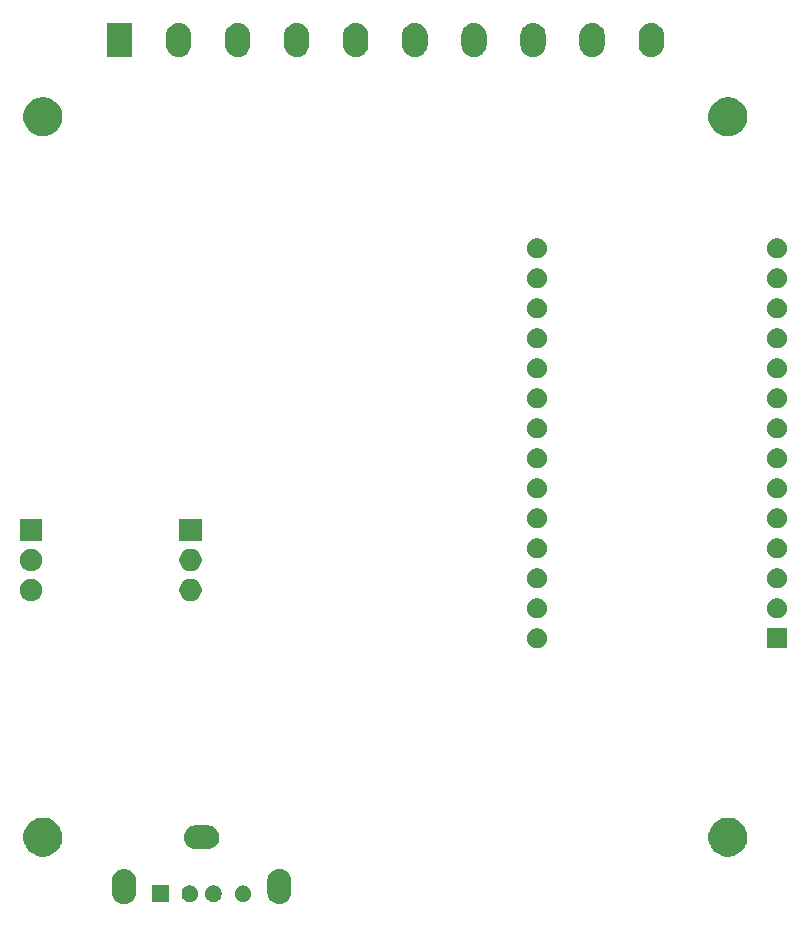
<source format=gbr>
G04 #@! TF.GenerationSoftware,KiCad,Pcbnew,(5.0.1)-4*
G04 #@! TF.CreationDate,2020-08-30T22:44:21+08:00*
G04 #@! TF.ProjectId,remote-monitor,72656D6F74652D6D6F6E69746F722E6B,rev?*
G04 #@! TF.SameCoordinates,Original*
G04 #@! TF.FileFunction,Soldermask,Bot*
G04 #@! TF.FilePolarity,Negative*
%FSLAX46Y46*%
G04 Gerber Fmt 4.6, Leading zero omitted, Abs format (unit mm)*
G04 Created by KiCad (PCBNEW (5.0.1)-4) date 30/08/2020 10:44:21 PM*
%MOMM*%
%LPD*%
G01*
G04 APERTURE LIST*
%ADD10C,0.100000*%
G04 APERTURE END LIST*
D10*
G36*
X113070232Y-120691483D02*
X113258919Y-120748721D01*
X113432817Y-120841671D01*
X113585239Y-120966761D01*
X113710329Y-121119183D01*
X113803279Y-121293081D01*
X113860517Y-121481768D01*
X113875000Y-121628824D01*
X113875000Y-122727176D01*
X113860517Y-122874232D01*
X113803279Y-123062919D01*
X113710329Y-123236817D01*
X113585239Y-123389239D01*
X113432817Y-123514329D01*
X113258918Y-123607279D01*
X113070231Y-123664517D01*
X112874000Y-123683843D01*
X112677768Y-123664517D01*
X112489081Y-123607279D01*
X112315183Y-123514329D01*
X112162761Y-123389239D01*
X112037671Y-123236817D01*
X111944721Y-123062918D01*
X111887483Y-122874231D01*
X111873000Y-122727175D01*
X111873000Y-121628824D01*
X111887483Y-121481768D01*
X111944722Y-121293081D01*
X112037672Y-121119183D01*
X112162762Y-120966761D01*
X112315184Y-120841671D01*
X112489082Y-120748721D01*
X112677769Y-120691483D01*
X112874000Y-120672157D01*
X113070232Y-120691483D01*
X113070232Y-120691483D01*
G37*
G36*
X126210231Y-120691483D02*
X126398918Y-120748721D01*
X126572817Y-120841671D01*
X126725239Y-120966761D01*
X126850329Y-121119183D01*
X126943279Y-121293081D01*
X127000517Y-121481768D01*
X127015000Y-121628824D01*
X127015000Y-122727176D01*
X127000517Y-122874232D01*
X126943279Y-123062919D01*
X126850329Y-123236817D01*
X126725239Y-123389239D01*
X126572817Y-123514329D01*
X126398919Y-123607279D01*
X126210232Y-123664517D01*
X126014000Y-123683843D01*
X125817769Y-123664517D01*
X125629082Y-123607279D01*
X125455184Y-123514329D01*
X125302762Y-123389239D01*
X125177672Y-123236817D01*
X125084722Y-123062919D01*
X125027483Y-122874232D01*
X125013000Y-122727176D01*
X125013000Y-121628825D01*
X125027483Y-121481769D01*
X125084721Y-121293082D01*
X125177671Y-121119183D01*
X125302761Y-120966761D01*
X125455183Y-120841671D01*
X125629081Y-120748721D01*
X125817768Y-120691483D01*
X126014000Y-120672157D01*
X126210231Y-120691483D01*
X126210231Y-120691483D01*
G37*
G36*
X120648472Y-122103938D02*
X120776049Y-122156782D01*
X120890865Y-122233500D01*
X120988500Y-122331135D01*
X121065218Y-122445951D01*
X121118062Y-122573528D01*
X121145000Y-122708956D01*
X121145000Y-122847044D01*
X121118062Y-122982472D01*
X121065218Y-123110049D01*
X120988500Y-123224865D01*
X120890865Y-123322500D01*
X120776049Y-123399218D01*
X120648472Y-123452062D01*
X120513044Y-123479000D01*
X120374956Y-123479000D01*
X120239528Y-123452062D01*
X120111951Y-123399218D01*
X119997135Y-123322500D01*
X119899500Y-123224865D01*
X119822782Y-123110049D01*
X119769938Y-122982472D01*
X119743000Y-122847044D01*
X119743000Y-122708956D01*
X119769938Y-122573528D01*
X119822782Y-122445951D01*
X119899500Y-122331135D01*
X119997135Y-122233500D01*
X120111951Y-122156782D01*
X120239528Y-122103938D01*
X120374956Y-122077000D01*
X120513044Y-122077000D01*
X120648472Y-122103938D01*
X120648472Y-122103938D01*
G37*
G36*
X118648472Y-122103938D02*
X118776049Y-122156782D01*
X118890865Y-122233500D01*
X118988500Y-122331135D01*
X119065218Y-122445951D01*
X119118062Y-122573528D01*
X119145000Y-122708956D01*
X119145000Y-122847044D01*
X119118062Y-122982472D01*
X119065218Y-123110049D01*
X118988500Y-123224865D01*
X118890865Y-123322500D01*
X118776049Y-123399218D01*
X118648472Y-123452062D01*
X118513044Y-123479000D01*
X118374956Y-123479000D01*
X118239528Y-123452062D01*
X118111951Y-123399218D01*
X117997135Y-123322500D01*
X117899500Y-123224865D01*
X117822782Y-123110049D01*
X117769938Y-122982472D01*
X117743000Y-122847044D01*
X117743000Y-122708956D01*
X117769938Y-122573528D01*
X117822782Y-122445951D01*
X117899500Y-122331135D01*
X117997135Y-122233500D01*
X118111951Y-122156782D01*
X118239528Y-122103938D01*
X118374956Y-122077000D01*
X118513044Y-122077000D01*
X118648472Y-122103938D01*
X118648472Y-122103938D01*
G37*
G36*
X116645000Y-123479000D02*
X115243000Y-123479000D01*
X115243000Y-122077000D01*
X116645000Y-122077000D01*
X116645000Y-123479000D01*
X116645000Y-123479000D01*
G37*
G36*
X123148472Y-122103938D02*
X123276049Y-122156782D01*
X123390865Y-122233500D01*
X123488500Y-122331135D01*
X123565218Y-122445951D01*
X123618062Y-122573528D01*
X123645000Y-122708956D01*
X123645000Y-122847044D01*
X123618062Y-122982472D01*
X123565218Y-123110049D01*
X123488500Y-123224865D01*
X123390865Y-123322500D01*
X123276049Y-123399218D01*
X123148472Y-123452062D01*
X123013044Y-123479000D01*
X122874956Y-123479000D01*
X122739528Y-123452062D01*
X122611951Y-123399218D01*
X122497135Y-123322500D01*
X122399500Y-123224865D01*
X122322782Y-123110049D01*
X122269938Y-122982472D01*
X122243000Y-122847044D01*
X122243000Y-122708956D01*
X122269938Y-122573528D01*
X122322782Y-122445951D01*
X122399500Y-122331135D01*
X122497135Y-122233500D01*
X122611951Y-122156782D01*
X122739528Y-122103938D01*
X122874956Y-122077000D01*
X123013044Y-122077000D01*
X123148472Y-122103938D01*
X123148472Y-122103938D01*
G37*
G36*
X164375256Y-116391298D02*
X164481579Y-116412447D01*
X164782042Y-116536903D01*
X165048852Y-116715180D01*
X165052454Y-116717587D01*
X165282413Y-116947546D01*
X165282415Y-116947549D01*
X165463097Y-117217958D01*
X165554732Y-117439183D01*
X165587553Y-117518422D01*
X165651000Y-117837389D01*
X165651000Y-118162611D01*
X165644710Y-118194232D01*
X165587553Y-118481579D01*
X165463097Y-118782042D01*
X165428160Y-118834329D01*
X165282413Y-119052454D01*
X165052454Y-119282413D01*
X165052451Y-119282415D01*
X164782042Y-119463097D01*
X164481579Y-119587553D01*
X164375256Y-119608702D01*
X164162611Y-119651000D01*
X163837389Y-119651000D01*
X163624744Y-119608702D01*
X163518421Y-119587553D01*
X163217958Y-119463097D01*
X162947549Y-119282415D01*
X162947546Y-119282413D01*
X162717587Y-119052454D01*
X162571840Y-118834329D01*
X162536903Y-118782042D01*
X162412447Y-118481579D01*
X162355290Y-118194232D01*
X162349000Y-118162611D01*
X162349000Y-117837389D01*
X162412447Y-117518422D01*
X162445269Y-117439183D01*
X162536903Y-117217958D01*
X162717585Y-116947549D01*
X162717587Y-116947546D01*
X162947546Y-116717587D01*
X162951148Y-116715180D01*
X163217958Y-116536903D01*
X163518421Y-116412447D01*
X163624744Y-116391298D01*
X163837389Y-116349000D01*
X164162611Y-116349000D01*
X164375256Y-116391298D01*
X164375256Y-116391298D01*
G37*
G36*
X106375256Y-116391298D02*
X106481579Y-116412447D01*
X106782042Y-116536903D01*
X107048852Y-116715180D01*
X107052454Y-116717587D01*
X107282413Y-116947546D01*
X107282415Y-116947549D01*
X107463097Y-117217958D01*
X107554732Y-117439183D01*
X107587553Y-117518422D01*
X107651000Y-117837389D01*
X107651000Y-118162611D01*
X107644710Y-118194232D01*
X107587553Y-118481579D01*
X107463097Y-118782042D01*
X107428160Y-118834329D01*
X107282413Y-119052454D01*
X107052454Y-119282413D01*
X107052451Y-119282415D01*
X106782042Y-119463097D01*
X106481579Y-119587553D01*
X106375256Y-119608702D01*
X106162611Y-119651000D01*
X105837389Y-119651000D01*
X105624744Y-119608702D01*
X105518421Y-119587553D01*
X105217958Y-119463097D01*
X104947549Y-119282415D01*
X104947546Y-119282413D01*
X104717587Y-119052454D01*
X104571840Y-118834329D01*
X104536903Y-118782042D01*
X104412447Y-118481579D01*
X104355290Y-118194232D01*
X104349000Y-118162611D01*
X104349000Y-117837389D01*
X104412447Y-117518422D01*
X104445269Y-117439183D01*
X104536903Y-117217958D01*
X104717585Y-116947549D01*
X104717587Y-116947546D01*
X104947546Y-116717587D01*
X104951148Y-116715180D01*
X105217958Y-116536903D01*
X105518421Y-116412447D01*
X105624744Y-116391298D01*
X105837389Y-116349000D01*
X106162611Y-116349000D01*
X106375256Y-116391298D01*
X106375256Y-116391298D01*
G37*
G36*
X120140232Y-117011483D02*
X120328919Y-117068721D01*
X120502817Y-117161671D01*
X120655239Y-117286761D01*
X120780329Y-117439183D01*
X120873279Y-117613081D01*
X120930517Y-117801768D01*
X120949843Y-117998000D01*
X120930517Y-118194232D01*
X120873279Y-118382919D01*
X120780329Y-118556817D01*
X120655239Y-118709239D01*
X120502817Y-118834329D01*
X120328919Y-118927279D01*
X120140232Y-118984517D01*
X119993176Y-118999000D01*
X118894824Y-118999000D01*
X118747768Y-118984517D01*
X118559081Y-118927279D01*
X118385183Y-118834329D01*
X118232761Y-118709239D01*
X118107671Y-118556817D01*
X118014721Y-118382919D01*
X117957483Y-118194232D01*
X117938157Y-117998000D01*
X117957483Y-117801768D01*
X118014721Y-117613081D01*
X118107671Y-117439183D01*
X118232761Y-117286761D01*
X118385183Y-117161671D01*
X118559081Y-117068721D01*
X118747768Y-117011483D01*
X118894824Y-116997000D01*
X119993176Y-116997000D01*
X120140232Y-117011483D01*
X120140232Y-117011483D01*
G37*
G36*
X148088228Y-100341703D02*
X148243100Y-100405853D01*
X148382481Y-100498985D01*
X148501015Y-100617519D01*
X148594147Y-100756900D01*
X148658297Y-100911772D01*
X148691000Y-101076184D01*
X148691000Y-101243816D01*
X148658297Y-101408228D01*
X148594147Y-101563100D01*
X148501015Y-101702481D01*
X148382481Y-101821015D01*
X148243100Y-101914147D01*
X148088228Y-101978297D01*
X147923816Y-102011000D01*
X147756184Y-102011000D01*
X147591772Y-101978297D01*
X147436900Y-101914147D01*
X147297519Y-101821015D01*
X147178985Y-101702481D01*
X147085853Y-101563100D01*
X147021703Y-101408228D01*
X146989000Y-101243816D01*
X146989000Y-101076184D01*
X147021703Y-100911772D01*
X147085853Y-100756900D01*
X147178985Y-100617519D01*
X147297519Y-100498985D01*
X147436900Y-100405853D01*
X147591772Y-100341703D01*
X147756184Y-100309000D01*
X147923816Y-100309000D01*
X148088228Y-100341703D01*
X148088228Y-100341703D01*
G37*
G36*
X169011000Y-102011000D02*
X167309000Y-102011000D01*
X167309000Y-100309000D01*
X169011000Y-100309000D01*
X169011000Y-102011000D01*
X169011000Y-102011000D01*
G37*
G36*
X148088228Y-97801703D02*
X148243100Y-97865853D01*
X148382481Y-97958985D01*
X148501015Y-98077519D01*
X148594147Y-98216900D01*
X148658297Y-98371772D01*
X148691000Y-98536184D01*
X148691000Y-98703816D01*
X148658297Y-98868228D01*
X148594147Y-99023100D01*
X148501015Y-99162481D01*
X148382481Y-99281015D01*
X148243100Y-99374147D01*
X148088228Y-99438297D01*
X147923816Y-99471000D01*
X147756184Y-99471000D01*
X147591772Y-99438297D01*
X147436900Y-99374147D01*
X147297519Y-99281015D01*
X147178985Y-99162481D01*
X147085853Y-99023100D01*
X147021703Y-98868228D01*
X146989000Y-98703816D01*
X146989000Y-98536184D01*
X147021703Y-98371772D01*
X147085853Y-98216900D01*
X147178985Y-98077519D01*
X147297519Y-97958985D01*
X147436900Y-97865853D01*
X147591772Y-97801703D01*
X147756184Y-97769000D01*
X147923816Y-97769000D01*
X148088228Y-97801703D01*
X148088228Y-97801703D01*
G37*
G36*
X168408228Y-97801703D02*
X168563100Y-97865853D01*
X168702481Y-97958985D01*
X168821015Y-98077519D01*
X168914147Y-98216900D01*
X168978297Y-98371772D01*
X169011000Y-98536184D01*
X169011000Y-98703816D01*
X168978297Y-98868228D01*
X168914147Y-99023100D01*
X168821015Y-99162481D01*
X168702481Y-99281015D01*
X168563100Y-99374147D01*
X168408228Y-99438297D01*
X168243816Y-99471000D01*
X168076184Y-99471000D01*
X167911772Y-99438297D01*
X167756900Y-99374147D01*
X167617519Y-99281015D01*
X167498985Y-99162481D01*
X167405853Y-99023100D01*
X167341703Y-98868228D01*
X167309000Y-98703816D01*
X167309000Y-98536184D01*
X167341703Y-98371772D01*
X167405853Y-98216900D01*
X167498985Y-98077519D01*
X167617519Y-97958985D01*
X167756900Y-97865853D01*
X167911772Y-97801703D01*
X168076184Y-97769000D01*
X168243816Y-97769000D01*
X168408228Y-97801703D01*
X168408228Y-97801703D01*
G37*
G36*
X105277396Y-96165546D02*
X105450466Y-96237234D01*
X105606230Y-96341312D01*
X105738688Y-96473770D01*
X105842766Y-96629534D01*
X105914454Y-96802604D01*
X105951000Y-96986333D01*
X105951000Y-97173667D01*
X105914454Y-97357396D01*
X105842766Y-97530466D01*
X105738688Y-97686230D01*
X105606230Y-97818688D01*
X105450466Y-97922766D01*
X105277396Y-97994454D01*
X105093667Y-98031000D01*
X104906333Y-98031000D01*
X104722604Y-97994454D01*
X104549534Y-97922766D01*
X104393770Y-97818688D01*
X104261312Y-97686230D01*
X104157234Y-97530466D01*
X104085546Y-97357396D01*
X104049000Y-97173667D01*
X104049000Y-96986333D01*
X104085546Y-96802604D01*
X104157234Y-96629534D01*
X104261312Y-96473770D01*
X104393770Y-96341312D01*
X104549534Y-96237234D01*
X104722604Y-96165546D01*
X104906333Y-96129000D01*
X105093667Y-96129000D01*
X105277396Y-96165546D01*
X105277396Y-96165546D01*
G37*
G36*
X118777396Y-96165546D02*
X118950466Y-96237234D01*
X119106230Y-96341312D01*
X119238688Y-96473770D01*
X119342766Y-96629534D01*
X119414454Y-96802604D01*
X119451000Y-96986333D01*
X119451000Y-97173667D01*
X119414454Y-97357396D01*
X119342766Y-97530466D01*
X119238688Y-97686230D01*
X119106230Y-97818688D01*
X118950466Y-97922766D01*
X118777396Y-97994454D01*
X118593667Y-98031000D01*
X118406333Y-98031000D01*
X118222604Y-97994454D01*
X118049534Y-97922766D01*
X117893770Y-97818688D01*
X117761312Y-97686230D01*
X117657234Y-97530466D01*
X117585546Y-97357396D01*
X117549000Y-97173667D01*
X117549000Y-96986333D01*
X117585546Y-96802604D01*
X117657234Y-96629534D01*
X117761312Y-96473770D01*
X117893770Y-96341312D01*
X118049534Y-96237234D01*
X118222604Y-96165546D01*
X118406333Y-96129000D01*
X118593667Y-96129000D01*
X118777396Y-96165546D01*
X118777396Y-96165546D01*
G37*
G36*
X168408228Y-95261703D02*
X168563100Y-95325853D01*
X168702481Y-95418985D01*
X168821015Y-95537519D01*
X168914147Y-95676900D01*
X168978297Y-95831772D01*
X169011000Y-95996184D01*
X169011000Y-96163816D01*
X168978297Y-96328228D01*
X168914147Y-96483100D01*
X168821015Y-96622481D01*
X168702481Y-96741015D01*
X168563100Y-96834147D01*
X168408228Y-96898297D01*
X168243816Y-96931000D01*
X168076184Y-96931000D01*
X167911772Y-96898297D01*
X167756900Y-96834147D01*
X167617519Y-96741015D01*
X167498985Y-96622481D01*
X167405853Y-96483100D01*
X167341703Y-96328228D01*
X167309000Y-96163816D01*
X167309000Y-95996184D01*
X167341703Y-95831772D01*
X167405853Y-95676900D01*
X167498985Y-95537519D01*
X167617519Y-95418985D01*
X167756900Y-95325853D01*
X167911772Y-95261703D01*
X168076184Y-95229000D01*
X168243816Y-95229000D01*
X168408228Y-95261703D01*
X168408228Y-95261703D01*
G37*
G36*
X148088228Y-95261703D02*
X148243100Y-95325853D01*
X148382481Y-95418985D01*
X148501015Y-95537519D01*
X148594147Y-95676900D01*
X148658297Y-95831772D01*
X148691000Y-95996184D01*
X148691000Y-96163816D01*
X148658297Y-96328228D01*
X148594147Y-96483100D01*
X148501015Y-96622481D01*
X148382481Y-96741015D01*
X148243100Y-96834147D01*
X148088228Y-96898297D01*
X147923816Y-96931000D01*
X147756184Y-96931000D01*
X147591772Y-96898297D01*
X147436900Y-96834147D01*
X147297519Y-96741015D01*
X147178985Y-96622481D01*
X147085853Y-96483100D01*
X147021703Y-96328228D01*
X146989000Y-96163816D01*
X146989000Y-95996184D01*
X147021703Y-95831772D01*
X147085853Y-95676900D01*
X147178985Y-95537519D01*
X147297519Y-95418985D01*
X147436900Y-95325853D01*
X147591772Y-95261703D01*
X147756184Y-95229000D01*
X147923816Y-95229000D01*
X148088228Y-95261703D01*
X148088228Y-95261703D01*
G37*
G36*
X118777396Y-93625546D02*
X118950466Y-93697234D01*
X119106230Y-93801312D01*
X119238688Y-93933770D01*
X119342766Y-94089534D01*
X119414454Y-94262604D01*
X119451000Y-94446333D01*
X119451000Y-94633667D01*
X119414454Y-94817396D01*
X119342766Y-94990466D01*
X119238688Y-95146230D01*
X119106230Y-95278688D01*
X118950466Y-95382766D01*
X118777396Y-95454454D01*
X118593667Y-95491000D01*
X118406333Y-95491000D01*
X118222604Y-95454454D01*
X118049534Y-95382766D01*
X117893770Y-95278688D01*
X117761312Y-95146230D01*
X117657234Y-94990466D01*
X117585546Y-94817396D01*
X117549000Y-94633667D01*
X117549000Y-94446333D01*
X117585546Y-94262604D01*
X117657234Y-94089534D01*
X117761312Y-93933770D01*
X117893770Y-93801312D01*
X118049534Y-93697234D01*
X118222604Y-93625546D01*
X118406333Y-93589000D01*
X118593667Y-93589000D01*
X118777396Y-93625546D01*
X118777396Y-93625546D01*
G37*
G36*
X105277396Y-93625546D02*
X105450466Y-93697234D01*
X105606230Y-93801312D01*
X105738688Y-93933770D01*
X105842766Y-94089534D01*
X105914454Y-94262604D01*
X105951000Y-94446333D01*
X105951000Y-94633667D01*
X105914454Y-94817396D01*
X105842766Y-94990466D01*
X105738688Y-95146230D01*
X105606230Y-95278688D01*
X105450466Y-95382766D01*
X105277396Y-95454454D01*
X105093667Y-95491000D01*
X104906333Y-95491000D01*
X104722604Y-95454454D01*
X104549534Y-95382766D01*
X104393770Y-95278688D01*
X104261312Y-95146230D01*
X104157234Y-94990466D01*
X104085546Y-94817396D01*
X104049000Y-94633667D01*
X104049000Y-94446333D01*
X104085546Y-94262604D01*
X104157234Y-94089534D01*
X104261312Y-93933770D01*
X104393770Y-93801312D01*
X104549534Y-93697234D01*
X104722604Y-93625546D01*
X104906333Y-93589000D01*
X105093667Y-93589000D01*
X105277396Y-93625546D01*
X105277396Y-93625546D01*
G37*
G36*
X168408228Y-92721703D02*
X168563100Y-92785853D01*
X168702481Y-92878985D01*
X168821015Y-92997519D01*
X168914147Y-93136900D01*
X168978297Y-93291772D01*
X169011000Y-93456184D01*
X169011000Y-93623816D01*
X168978297Y-93788228D01*
X168914147Y-93943100D01*
X168821015Y-94082481D01*
X168702481Y-94201015D01*
X168563100Y-94294147D01*
X168408228Y-94358297D01*
X168243816Y-94391000D01*
X168076184Y-94391000D01*
X167911772Y-94358297D01*
X167756900Y-94294147D01*
X167617519Y-94201015D01*
X167498985Y-94082481D01*
X167405853Y-93943100D01*
X167341703Y-93788228D01*
X167309000Y-93623816D01*
X167309000Y-93456184D01*
X167341703Y-93291772D01*
X167405853Y-93136900D01*
X167498985Y-92997519D01*
X167617519Y-92878985D01*
X167756900Y-92785853D01*
X167911772Y-92721703D01*
X168076184Y-92689000D01*
X168243816Y-92689000D01*
X168408228Y-92721703D01*
X168408228Y-92721703D01*
G37*
G36*
X148088228Y-92721703D02*
X148243100Y-92785853D01*
X148382481Y-92878985D01*
X148501015Y-92997519D01*
X148594147Y-93136900D01*
X148658297Y-93291772D01*
X148691000Y-93456184D01*
X148691000Y-93623816D01*
X148658297Y-93788228D01*
X148594147Y-93943100D01*
X148501015Y-94082481D01*
X148382481Y-94201015D01*
X148243100Y-94294147D01*
X148088228Y-94358297D01*
X147923816Y-94391000D01*
X147756184Y-94391000D01*
X147591772Y-94358297D01*
X147436900Y-94294147D01*
X147297519Y-94201015D01*
X147178985Y-94082481D01*
X147085853Y-93943100D01*
X147021703Y-93788228D01*
X146989000Y-93623816D01*
X146989000Y-93456184D01*
X147021703Y-93291772D01*
X147085853Y-93136900D01*
X147178985Y-92997519D01*
X147297519Y-92878985D01*
X147436900Y-92785853D01*
X147591772Y-92721703D01*
X147756184Y-92689000D01*
X147923816Y-92689000D01*
X148088228Y-92721703D01*
X148088228Y-92721703D01*
G37*
G36*
X119451000Y-92951000D02*
X117549000Y-92951000D01*
X117549000Y-91049000D01*
X119451000Y-91049000D01*
X119451000Y-92951000D01*
X119451000Y-92951000D01*
G37*
G36*
X105951000Y-92951000D02*
X104049000Y-92951000D01*
X104049000Y-91049000D01*
X105951000Y-91049000D01*
X105951000Y-92951000D01*
X105951000Y-92951000D01*
G37*
G36*
X148088228Y-90181703D02*
X148243100Y-90245853D01*
X148382481Y-90338985D01*
X148501015Y-90457519D01*
X148594147Y-90596900D01*
X148658297Y-90751772D01*
X148691000Y-90916184D01*
X148691000Y-91083816D01*
X148658297Y-91248228D01*
X148594147Y-91403100D01*
X148501015Y-91542481D01*
X148382481Y-91661015D01*
X148243100Y-91754147D01*
X148088228Y-91818297D01*
X147923816Y-91851000D01*
X147756184Y-91851000D01*
X147591772Y-91818297D01*
X147436900Y-91754147D01*
X147297519Y-91661015D01*
X147178985Y-91542481D01*
X147085853Y-91403100D01*
X147021703Y-91248228D01*
X146989000Y-91083816D01*
X146989000Y-90916184D01*
X147021703Y-90751772D01*
X147085853Y-90596900D01*
X147178985Y-90457519D01*
X147297519Y-90338985D01*
X147436900Y-90245853D01*
X147591772Y-90181703D01*
X147756184Y-90149000D01*
X147923816Y-90149000D01*
X148088228Y-90181703D01*
X148088228Y-90181703D01*
G37*
G36*
X168408228Y-90181703D02*
X168563100Y-90245853D01*
X168702481Y-90338985D01*
X168821015Y-90457519D01*
X168914147Y-90596900D01*
X168978297Y-90751772D01*
X169011000Y-90916184D01*
X169011000Y-91083816D01*
X168978297Y-91248228D01*
X168914147Y-91403100D01*
X168821015Y-91542481D01*
X168702481Y-91661015D01*
X168563100Y-91754147D01*
X168408228Y-91818297D01*
X168243816Y-91851000D01*
X168076184Y-91851000D01*
X167911772Y-91818297D01*
X167756900Y-91754147D01*
X167617519Y-91661015D01*
X167498985Y-91542481D01*
X167405853Y-91403100D01*
X167341703Y-91248228D01*
X167309000Y-91083816D01*
X167309000Y-90916184D01*
X167341703Y-90751772D01*
X167405853Y-90596900D01*
X167498985Y-90457519D01*
X167617519Y-90338985D01*
X167756900Y-90245853D01*
X167911772Y-90181703D01*
X168076184Y-90149000D01*
X168243816Y-90149000D01*
X168408228Y-90181703D01*
X168408228Y-90181703D01*
G37*
G36*
X148088228Y-87641703D02*
X148243100Y-87705853D01*
X148382481Y-87798985D01*
X148501015Y-87917519D01*
X148594147Y-88056900D01*
X148658297Y-88211772D01*
X148691000Y-88376184D01*
X148691000Y-88543816D01*
X148658297Y-88708228D01*
X148594147Y-88863100D01*
X148501015Y-89002481D01*
X148382481Y-89121015D01*
X148243100Y-89214147D01*
X148088228Y-89278297D01*
X147923816Y-89311000D01*
X147756184Y-89311000D01*
X147591772Y-89278297D01*
X147436900Y-89214147D01*
X147297519Y-89121015D01*
X147178985Y-89002481D01*
X147085853Y-88863100D01*
X147021703Y-88708228D01*
X146989000Y-88543816D01*
X146989000Y-88376184D01*
X147021703Y-88211772D01*
X147085853Y-88056900D01*
X147178985Y-87917519D01*
X147297519Y-87798985D01*
X147436900Y-87705853D01*
X147591772Y-87641703D01*
X147756184Y-87609000D01*
X147923816Y-87609000D01*
X148088228Y-87641703D01*
X148088228Y-87641703D01*
G37*
G36*
X168408228Y-87641703D02*
X168563100Y-87705853D01*
X168702481Y-87798985D01*
X168821015Y-87917519D01*
X168914147Y-88056900D01*
X168978297Y-88211772D01*
X169011000Y-88376184D01*
X169011000Y-88543816D01*
X168978297Y-88708228D01*
X168914147Y-88863100D01*
X168821015Y-89002481D01*
X168702481Y-89121015D01*
X168563100Y-89214147D01*
X168408228Y-89278297D01*
X168243816Y-89311000D01*
X168076184Y-89311000D01*
X167911772Y-89278297D01*
X167756900Y-89214147D01*
X167617519Y-89121015D01*
X167498985Y-89002481D01*
X167405853Y-88863100D01*
X167341703Y-88708228D01*
X167309000Y-88543816D01*
X167309000Y-88376184D01*
X167341703Y-88211772D01*
X167405853Y-88056900D01*
X167498985Y-87917519D01*
X167617519Y-87798985D01*
X167756900Y-87705853D01*
X167911772Y-87641703D01*
X168076184Y-87609000D01*
X168243816Y-87609000D01*
X168408228Y-87641703D01*
X168408228Y-87641703D01*
G37*
G36*
X148088228Y-85101703D02*
X148243100Y-85165853D01*
X148382481Y-85258985D01*
X148501015Y-85377519D01*
X148594147Y-85516900D01*
X148658297Y-85671772D01*
X148691000Y-85836184D01*
X148691000Y-86003816D01*
X148658297Y-86168228D01*
X148594147Y-86323100D01*
X148501015Y-86462481D01*
X148382481Y-86581015D01*
X148243100Y-86674147D01*
X148088228Y-86738297D01*
X147923816Y-86771000D01*
X147756184Y-86771000D01*
X147591772Y-86738297D01*
X147436900Y-86674147D01*
X147297519Y-86581015D01*
X147178985Y-86462481D01*
X147085853Y-86323100D01*
X147021703Y-86168228D01*
X146989000Y-86003816D01*
X146989000Y-85836184D01*
X147021703Y-85671772D01*
X147085853Y-85516900D01*
X147178985Y-85377519D01*
X147297519Y-85258985D01*
X147436900Y-85165853D01*
X147591772Y-85101703D01*
X147756184Y-85069000D01*
X147923816Y-85069000D01*
X148088228Y-85101703D01*
X148088228Y-85101703D01*
G37*
G36*
X168408228Y-85101703D02*
X168563100Y-85165853D01*
X168702481Y-85258985D01*
X168821015Y-85377519D01*
X168914147Y-85516900D01*
X168978297Y-85671772D01*
X169011000Y-85836184D01*
X169011000Y-86003816D01*
X168978297Y-86168228D01*
X168914147Y-86323100D01*
X168821015Y-86462481D01*
X168702481Y-86581015D01*
X168563100Y-86674147D01*
X168408228Y-86738297D01*
X168243816Y-86771000D01*
X168076184Y-86771000D01*
X167911772Y-86738297D01*
X167756900Y-86674147D01*
X167617519Y-86581015D01*
X167498985Y-86462481D01*
X167405853Y-86323100D01*
X167341703Y-86168228D01*
X167309000Y-86003816D01*
X167309000Y-85836184D01*
X167341703Y-85671772D01*
X167405853Y-85516900D01*
X167498985Y-85377519D01*
X167617519Y-85258985D01*
X167756900Y-85165853D01*
X167911772Y-85101703D01*
X168076184Y-85069000D01*
X168243816Y-85069000D01*
X168408228Y-85101703D01*
X168408228Y-85101703D01*
G37*
G36*
X168408228Y-82561703D02*
X168563100Y-82625853D01*
X168702481Y-82718985D01*
X168821015Y-82837519D01*
X168914147Y-82976900D01*
X168978297Y-83131772D01*
X169011000Y-83296184D01*
X169011000Y-83463816D01*
X168978297Y-83628228D01*
X168914147Y-83783100D01*
X168821015Y-83922481D01*
X168702481Y-84041015D01*
X168563100Y-84134147D01*
X168408228Y-84198297D01*
X168243816Y-84231000D01*
X168076184Y-84231000D01*
X167911772Y-84198297D01*
X167756900Y-84134147D01*
X167617519Y-84041015D01*
X167498985Y-83922481D01*
X167405853Y-83783100D01*
X167341703Y-83628228D01*
X167309000Y-83463816D01*
X167309000Y-83296184D01*
X167341703Y-83131772D01*
X167405853Y-82976900D01*
X167498985Y-82837519D01*
X167617519Y-82718985D01*
X167756900Y-82625853D01*
X167911772Y-82561703D01*
X168076184Y-82529000D01*
X168243816Y-82529000D01*
X168408228Y-82561703D01*
X168408228Y-82561703D01*
G37*
G36*
X148088228Y-82561703D02*
X148243100Y-82625853D01*
X148382481Y-82718985D01*
X148501015Y-82837519D01*
X148594147Y-82976900D01*
X148658297Y-83131772D01*
X148691000Y-83296184D01*
X148691000Y-83463816D01*
X148658297Y-83628228D01*
X148594147Y-83783100D01*
X148501015Y-83922481D01*
X148382481Y-84041015D01*
X148243100Y-84134147D01*
X148088228Y-84198297D01*
X147923816Y-84231000D01*
X147756184Y-84231000D01*
X147591772Y-84198297D01*
X147436900Y-84134147D01*
X147297519Y-84041015D01*
X147178985Y-83922481D01*
X147085853Y-83783100D01*
X147021703Y-83628228D01*
X146989000Y-83463816D01*
X146989000Y-83296184D01*
X147021703Y-83131772D01*
X147085853Y-82976900D01*
X147178985Y-82837519D01*
X147297519Y-82718985D01*
X147436900Y-82625853D01*
X147591772Y-82561703D01*
X147756184Y-82529000D01*
X147923816Y-82529000D01*
X148088228Y-82561703D01*
X148088228Y-82561703D01*
G37*
G36*
X168408228Y-80021703D02*
X168563100Y-80085853D01*
X168702481Y-80178985D01*
X168821015Y-80297519D01*
X168914147Y-80436900D01*
X168978297Y-80591772D01*
X169011000Y-80756184D01*
X169011000Y-80923816D01*
X168978297Y-81088228D01*
X168914147Y-81243100D01*
X168821015Y-81382481D01*
X168702481Y-81501015D01*
X168563100Y-81594147D01*
X168408228Y-81658297D01*
X168243816Y-81691000D01*
X168076184Y-81691000D01*
X167911772Y-81658297D01*
X167756900Y-81594147D01*
X167617519Y-81501015D01*
X167498985Y-81382481D01*
X167405853Y-81243100D01*
X167341703Y-81088228D01*
X167309000Y-80923816D01*
X167309000Y-80756184D01*
X167341703Y-80591772D01*
X167405853Y-80436900D01*
X167498985Y-80297519D01*
X167617519Y-80178985D01*
X167756900Y-80085853D01*
X167911772Y-80021703D01*
X168076184Y-79989000D01*
X168243816Y-79989000D01*
X168408228Y-80021703D01*
X168408228Y-80021703D01*
G37*
G36*
X148088228Y-80021703D02*
X148243100Y-80085853D01*
X148382481Y-80178985D01*
X148501015Y-80297519D01*
X148594147Y-80436900D01*
X148658297Y-80591772D01*
X148691000Y-80756184D01*
X148691000Y-80923816D01*
X148658297Y-81088228D01*
X148594147Y-81243100D01*
X148501015Y-81382481D01*
X148382481Y-81501015D01*
X148243100Y-81594147D01*
X148088228Y-81658297D01*
X147923816Y-81691000D01*
X147756184Y-81691000D01*
X147591772Y-81658297D01*
X147436900Y-81594147D01*
X147297519Y-81501015D01*
X147178985Y-81382481D01*
X147085853Y-81243100D01*
X147021703Y-81088228D01*
X146989000Y-80923816D01*
X146989000Y-80756184D01*
X147021703Y-80591772D01*
X147085853Y-80436900D01*
X147178985Y-80297519D01*
X147297519Y-80178985D01*
X147436900Y-80085853D01*
X147591772Y-80021703D01*
X147756184Y-79989000D01*
X147923816Y-79989000D01*
X148088228Y-80021703D01*
X148088228Y-80021703D01*
G37*
G36*
X168408228Y-77481703D02*
X168563100Y-77545853D01*
X168702481Y-77638985D01*
X168821015Y-77757519D01*
X168914147Y-77896900D01*
X168978297Y-78051772D01*
X169011000Y-78216184D01*
X169011000Y-78383816D01*
X168978297Y-78548228D01*
X168914147Y-78703100D01*
X168821015Y-78842481D01*
X168702481Y-78961015D01*
X168563100Y-79054147D01*
X168408228Y-79118297D01*
X168243816Y-79151000D01*
X168076184Y-79151000D01*
X167911772Y-79118297D01*
X167756900Y-79054147D01*
X167617519Y-78961015D01*
X167498985Y-78842481D01*
X167405853Y-78703100D01*
X167341703Y-78548228D01*
X167309000Y-78383816D01*
X167309000Y-78216184D01*
X167341703Y-78051772D01*
X167405853Y-77896900D01*
X167498985Y-77757519D01*
X167617519Y-77638985D01*
X167756900Y-77545853D01*
X167911772Y-77481703D01*
X168076184Y-77449000D01*
X168243816Y-77449000D01*
X168408228Y-77481703D01*
X168408228Y-77481703D01*
G37*
G36*
X148088228Y-77481703D02*
X148243100Y-77545853D01*
X148382481Y-77638985D01*
X148501015Y-77757519D01*
X148594147Y-77896900D01*
X148658297Y-78051772D01*
X148691000Y-78216184D01*
X148691000Y-78383816D01*
X148658297Y-78548228D01*
X148594147Y-78703100D01*
X148501015Y-78842481D01*
X148382481Y-78961015D01*
X148243100Y-79054147D01*
X148088228Y-79118297D01*
X147923816Y-79151000D01*
X147756184Y-79151000D01*
X147591772Y-79118297D01*
X147436900Y-79054147D01*
X147297519Y-78961015D01*
X147178985Y-78842481D01*
X147085853Y-78703100D01*
X147021703Y-78548228D01*
X146989000Y-78383816D01*
X146989000Y-78216184D01*
X147021703Y-78051772D01*
X147085853Y-77896900D01*
X147178985Y-77757519D01*
X147297519Y-77638985D01*
X147436900Y-77545853D01*
X147591772Y-77481703D01*
X147756184Y-77449000D01*
X147923816Y-77449000D01*
X148088228Y-77481703D01*
X148088228Y-77481703D01*
G37*
G36*
X148088228Y-74941703D02*
X148243100Y-75005853D01*
X148382481Y-75098985D01*
X148501015Y-75217519D01*
X148594147Y-75356900D01*
X148658297Y-75511772D01*
X148691000Y-75676184D01*
X148691000Y-75843816D01*
X148658297Y-76008228D01*
X148594147Y-76163100D01*
X148501015Y-76302481D01*
X148382481Y-76421015D01*
X148243100Y-76514147D01*
X148088228Y-76578297D01*
X147923816Y-76611000D01*
X147756184Y-76611000D01*
X147591772Y-76578297D01*
X147436900Y-76514147D01*
X147297519Y-76421015D01*
X147178985Y-76302481D01*
X147085853Y-76163100D01*
X147021703Y-76008228D01*
X146989000Y-75843816D01*
X146989000Y-75676184D01*
X147021703Y-75511772D01*
X147085853Y-75356900D01*
X147178985Y-75217519D01*
X147297519Y-75098985D01*
X147436900Y-75005853D01*
X147591772Y-74941703D01*
X147756184Y-74909000D01*
X147923816Y-74909000D01*
X148088228Y-74941703D01*
X148088228Y-74941703D01*
G37*
G36*
X168408228Y-74941703D02*
X168563100Y-75005853D01*
X168702481Y-75098985D01*
X168821015Y-75217519D01*
X168914147Y-75356900D01*
X168978297Y-75511772D01*
X169011000Y-75676184D01*
X169011000Y-75843816D01*
X168978297Y-76008228D01*
X168914147Y-76163100D01*
X168821015Y-76302481D01*
X168702481Y-76421015D01*
X168563100Y-76514147D01*
X168408228Y-76578297D01*
X168243816Y-76611000D01*
X168076184Y-76611000D01*
X167911772Y-76578297D01*
X167756900Y-76514147D01*
X167617519Y-76421015D01*
X167498985Y-76302481D01*
X167405853Y-76163100D01*
X167341703Y-76008228D01*
X167309000Y-75843816D01*
X167309000Y-75676184D01*
X167341703Y-75511772D01*
X167405853Y-75356900D01*
X167498985Y-75217519D01*
X167617519Y-75098985D01*
X167756900Y-75005853D01*
X167911772Y-74941703D01*
X168076184Y-74909000D01*
X168243816Y-74909000D01*
X168408228Y-74941703D01*
X168408228Y-74941703D01*
G37*
G36*
X148088228Y-72401703D02*
X148243100Y-72465853D01*
X148382481Y-72558985D01*
X148501015Y-72677519D01*
X148594147Y-72816900D01*
X148658297Y-72971772D01*
X148691000Y-73136184D01*
X148691000Y-73303816D01*
X148658297Y-73468228D01*
X148594147Y-73623100D01*
X148501015Y-73762481D01*
X148382481Y-73881015D01*
X148243100Y-73974147D01*
X148088228Y-74038297D01*
X147923816Y-74071000D01*
X147756184Y-74071000D01*
X147591772Y-74038297D01*
X147436900Y-73974147D01*
X147297519Y-73881015D01*
X147178985Y-73762481D01*
X147085853Y-73623100D01*
X147021703Y-73468228D01*
X146989000Y-73303816D01*
X146989000Y-73136184D01*
X147021703Y-72971772D01*
X147085853Y-72816900D01*
X147178985Y-72677519D01*
X147297519Y-72558985D01*
X147436900Y-72465853D01*
X147591772Y-72401703D01*
X147756184Y-72369000D01*
X147923816Y-72369000D01*
X148088228Y-72401703D01*
X148088228Y-72401703D01*
G37*
G36*
X168408228Y-72401703D02*
X168563100Y-72465853D01*
X168702481Y-72558985D01*
X168821015Y-72677519D01*
X168914147Y-72816900D01*
X168978297Y-72971772D01*
X169011000Y-73136184D01*
X169011000Y-73303816D01*
X168978297Y-73468228D01*
X168914147Y-73623100D01*
X168821015Y-73762481D01*
X168702481Y-73881015D01*
X168563100Y-73974147D01*
X168408228Y-74038297D01*
X168243816Y-74071000D01*
X168076184Y-74071000D01*
X167911772Y-74038297D01*
X167756900Y-73974147D01*
X167617519Y-73881015D01*
X167498985Y-73762481D01*
X167405853Y-73623100D01*
X167341703Y-73468228D01*
X167309000Y-73303816D01*
X167309000Y-73136184D01*
X167341703Y-72971772D01*
X167405853Y-72816900D01*
X167498985Y-72677519D01*
X167617519Y-72558985D01*
X167756900Y-72465853D01*
X167911772Y-72401703D01*
X168076184Y-72369000D01*
X168243816Y-72369000D01*
X168408228Y-72401703D01*
X168408228Y-72401703D01*
G37*
G36*
X168408228Y-69861703D02*
X168563100Y-69925853D01*
X168702481Y-70018985D01*
X168821015Y-70137519D01*
X168914147Y-70276900D01*
X168978297Y-70431772D01*
X169011000Y-70596184D01*
X169011000Y-70763816D01*
X168978297Y-70928228D01*
X168914147Y-71083100D01*
X168821015Y-71222481D01*
X168702481Y-71341015D01*
X168563100Y-71434147D01*
X168408228Y-71498297D01*
X168243816Y-71531000D01*
X168076184Y-71531000D01*
X167911772Y-71498297D01*
X167756900Y-71434147D01*
X167617519Y-71341015D01*
X167498985Y-71222481D01*
X167405853Y-71083100D01*
X167341703Y-70928228D01*
X167309000Y-70763816D01*
X167309000Y-70596184D01*
X167341703Y-70431772D01*
X167405853Y-70276900D01*
X167498985Y-70137519D01*
X167617519Y-70018985D01*
X167756900Y-69925853D01*
X167911772Y-69861703D01*
X168076184Y-69829000D01*
X168243816Y-69829000D01*
X168408228Y-69861703D01*
X168408228Y-69861703D01*
G37*
G36*
X148088228Y-69861703D02*
X148243100Y-69925853D01*
X148382481Y-70018985D01*
X148501015Y-70137519D01*
X148594147Y-70276900D01*
X148658297Y-70431772D01*
X148691000Y-70596184D01*
X148691000Y-70763816D01*
X148658297Y-70928228D01*
X148594147Y-71083100D01*
X148501015Y-71222481D01*
X148382481Y-71341015D01*
X148243100Y-71434147D01*
X148088228Y-71498297D01*
X147923816Y-71531000D01*
X147756184Y-71531000D01*
X147591772Y-71498297D01*
X147436900Y-71434147D01*
X147297519Y-71341015D01*
X147178985Y-71222481D01*
X147085853Y-71083100D01*
X147021703Y-70928228D01*
X146989000Y-70763816D01*
X146989000Y-70596184D01*
X147021703Y-70431772D01*
X147085853Y-70276900D01*
X147178985Y-70137519D01*
X147297519Y-70018985D01*
X147436900Y-69925853D01*
X147591772Y-69861703D01*
X147756184Y-69829000D01*
X147923816Y-69829000D01*
X148088228Y-69861703D01*
X148088228Y-69861703D01*
G37*
G36*
X148088228Y-67321703D02*
X148243100Y-67385853D01*
X148382481Y-67478985D01*
X148501015Y-67597519D01*
X148594147Y-67736900D01*
X148658297Y-67891772D01*
X148691000Y-68056184D01*
X148691000Y-68223816D01*
X148658297Y-68388228D01*
X148594147Y-68543100D01*
X148501015Y-68682481D01*
X148382481Y-68801015D01*
X148243100Y-68894147D01*
X148088228Y-68958297D01*
X147923816Y-68991000D01*
X147756184Y-68991000D01*
X147591772Y-68958297D01*
X147436900Y-68894147D01*
X147297519Y-68801015D01*
X147178985Y-68682481D01*
X147085853Y-68543100D01*
X147021703Y-68388228D01*
X146989000Y-68223816D01*
X146989000Y-68056184D01*
X147021703Y-67891772D01*
X147085853Y-67736900D01*
X147178985Y-67597519D01*
X147297519Y-67478985D01*
X147436900Y-67385853D01*
X147591772Y-67321703D01*
X147756184Y-67289000D01*
X147923816Y-67289000D01*
X148088228Y-67321703D01*
X148088228Y-67321703D01*
G37*
G36*
X168408228Y-67321703D02*
X168563100Y-67385853D01*
X168702481Y-67478985D01*
X168821015Y-67597519D01*
X168914147Y-67736900D01*
X168978297Y-67891772D01*
X169011000Y-68056184D01*
X169011000Y-68223816D01*
X168978297Y-68388228D01*
X168914147Y-68543100D01*
X168821015Y-68682481D01*
X168702481Y-68801015D01*
X168563100Y-68894147D01*
X168408228Y-68958297D01*
X168243816Y-68991000D01*
X168076184Y-68991000D01*
X167911772Y-68958297D01*
X167756900Y-68894147D01*
X167617519Y-68801015D01*
X167498985Y-68682481D01*
X167405853Y-68543100D01*
X167341703Y-68388228D01*
X167309000Y-68223816D01*
X167309000Y-68056184D01*
X167341703Y-67891772D01*
X167405853Y-67736900D01*
X167498985Y-67597519D01*
X167617519Y-67478985D01*
X167756900Y-67385853D01*
X167911772Y-67321703D01*
X168076184Y-67289000D01*
X168243816Y-67289000D01*
X168408228Y-67321703D01*
X168408228Y-67321703D01*
G37*
G36*
X106375256Y-55391298D02*
X106481579Y-55412447D01*
X106782042Y-55536903D01*
X107048852Y-55715180D01*
X107052454Y-55717587D01*
X107282413Y-55947546D01*
X107463098Y-56217960D01*
X107587553Y-56518422D01*
X107651000Y-56837389D01*
X107651000Y-57162611D01*
X107587553Y-57481578D01*
X107463098Y-57782040D01*
X107282413Y-58052454D01*
X107052454Y-58282413D01*
X107052451Y-58282415D01*
X106782042Y-58463097D01*
X106481579Y-58587553D01*
X106375256Y-58608702D01*
X106162611Y-58651000D01*
X105837389Y-58651000D01*
X105624744Y-58608702D01*
X105518421Y-58587553D01*
X105217958Y-58463097D01*
X104947549Y-58282415D01*
X104947546Y-58282413D01*
X104717587Y-58052454D01*
X104536902Y-57782040D01*
X104412447Y-57481578D01*
X104349000Y-57162611D01*
X104349000Y-56837389D01*
X104412447Y-56518422D01*
X104536902Y-56217960D01*
X104717587Y-55947546D01*
X104947546Y-55717587D01*
X104951148Y-55715180D01*
X105217958Y-55536903D01*
X105518421Y-55412447D01*
X105624744Y-55391298D01*
X105837389Y-55349000D01*
X106162611Y-55349000D01*
X106375256Y-55391298D01*
X106375256Y-55391298D01*
G37*
G36*
X164375256Y-55391298D02*
X164481579Y-55412447D01*
X164782042Y-55536903D01*
X165048852Y-55715180D01*
X165052454Y-55717587D01*
X165282413Y-55947546D01*
X165463098Y-56217960D01*
X165587553Y-56518422D01*
X165651000Y-56837389D01*
X165651000Y-57162611D01*
X165587553Y-57481578D01*
X165463098Y-57782040D01*
X165282413Y-58052454D01*
X165052454Y-58282413D01*
X165052451Y-58282415D01*
X164782042Y-58463097D01*
X164481579Y-58587553D01*
X164375256Y-58608702D01*
X164162611Y-58651000D01*
X163837389Y-58651000D01*
X163624744Y-58608702D01*
X163518421Y-58587553D01*
X163217958Y-58463097D01*
X162947549Y-58282415D01*
X162947546Y-58282413D01*
X162717587Y-58052454D01*
X162536902Y-57782040D01*
X162412447Y-57481578D01*
X162349000Y-57162611D01*
X162349000Y-56837389D01*
X162412447Y-56518422D01*
X162536902Y-56217960D01*
X162717587Y-55947546D01*
X162947546Y-55717587D01*
X162951148Y-55715180D01*
X163217958Y-55536903D01*
X163518421Y-55412447D01*
X163624744Y-55391298D01*
X163837389Y-55349000D01*
X164162611Y-55349000D01*
X164375256Y-55391298D01*
X164375256Y-55391298D01*
G37*
G36*
X152709167Y-49067439D02*
X152910298Y-49128451D01*
X152956025Y-49152892D01*
X153095661Y-49227529D01*
X153258133Y-49360867D01*
X153391471Y-49523338D01*
X153473124Y-49676101D01*
X153490549Y-49708701D01*
X153551561Y-49909832D01*
X153567000Y-50066589D01*
X153567000Y-50933410D01*
X153551561Y-51090167D01*
X153490549Y-51291299D01*
X153490547Y-51291303D01*
X153391471Y-51476662D01*
X153258133Y-51639133D01*
X153095662Y-51772471D01*
X152942899Y-51854124D01*
X152910299Y-51871549D01*
X152709168Y-51932561D01*
X152500000Y-51953162D01*
X152290833Y-51932561D01*
X152089702Y-51871549D01*
X152057102Y-51854124D01*
X151904339Y-51772471D01*
X151741868Y-51639133D01*
X151608531Y-51476663D01*
X151509453Y-51291301D01*
X151509452Y-51291299D01*
X151448439Y-51090168D01*
X151433000Y-50933411D01*
X151433000Y-50066590D01*
X151448439Y-49909833D01*
X151509451Y-49708702D01*
X151533892Y-49662975D01*
X151608529Y-49523339D01*
X151741867Y-49360867D01*
X151904338Y-49227529D01*
X152057101Y-49145876D01*
X152089701Y-49128451D01*
X152290832Y-49067439D01*
X152500000Y-49046838D01*
X152709167Y-49067439D01*
X152709167Y-49067439D01*
G37*
G36*
X117709167Y-49067439D02*
X117910298Y-49128451D01*
X117956025Y-49152892D01*
X118095661Y-49227529D01*
X118258133Y-49360867D01*
X118391471Y-49523338D01*
X118473124Y-49676101D01*
X118490549Y-49708701D01*
X118551561Y-49909832D01*
X118567000Y-50066589D01*
X118567000Y-50933410D01*
X118551561Y-51090167D01*
X118490549Y-51291299D01*
X118490547Y-51291303D01*
X118391471Y-51476662D01*
X118258133Y-51639133D01*
X118095662Y-51772471D01*
X117942899Y-51854124D01*
X117910299Y-51871549D01*
X117709168Y-51932561D01*
X117500000Y-51953162D01*
X117290833Y-51932561D01*
X117089702Y-51871549D01*
X117057102Y-51854124D01*
X116904339Y-51772471D01*
X116741868Y-51639133D01*
X116608531Y-51476663D01*
X116509453Y-51291301D01*
X116509452Y-51291299D01*
X116448439Y-51090168D01*
X116433000Y-50933411D01*
X116433000Y-50066590D01*
X116448439Y-49909833D01*
X116509451Y-49708702D01*
X116533892Y-49662975D01*
X116608529Y-49523339D01*
X116741867Y-49360867D01*
X116904338Y-49227529D01*
X117057101Y-49145876D01*
X117089701Y-49128451D01*
X117290832Y-49067439D01*
X117500000Y-49046838D01*
X117709167Y-49067439D01*
X117709167Y-49067439D01*
G37*
G36*
X122709167Y-49067439D02*
X122910298Y-49128451D01*
X122956025Y-49152892D01*
X123095661Y-49227529D01*
X123258133Y-49360867D01*
X123391471Y-49523338D01*
X123473124Y-49676101D01*
X123490549Y-49708701D01*
X123551561Y-49909832D01*
X123567000Y-50066589D01*
X123567000Y-50933410D01*
X123551561Y-51090167D01*
X123490549Y-51291299D01*
X123490547Y-51291303D01*
X123391471Y-51476662D01*
X123258133Y-51639133D01*
X123095662Y-51772471D01*
X122942899Y-51854124D01*
X122910299Y-51871549D01*
X122709168Y-51932561D01*
X122500000Y-51953162D01*
X122290833Y-51932561D01*
X122089702Y-51871549D01*
X122057102Y-51854124D01*
X121904339Y-51772471D01*
X121741868Y-51639133D01*
X121608531Y-51476663D01*
X121509453Y-51291301D01*
X121509452Y-51291299D01*
X121448439Y-51090168D01*
X121433000Y-50933411D01*
X121433000Y-50066590D01*
X121448439Y-49909833D01*
X121509451Y-49708702D01*
X121533892Y-49662975D01*
X121608529Y-49523339D01*
X121741867Y-49360867D01*
X121904338Y-49227529D01*
X122057101Y-49145876D01*
X122089701Y-49128451D01*
X122290832Y-49067439D01*
X122500000Y-49046838D01*
X122709167Y-49067439D01*
X122709167Y-49067439D01*
G37*
G36*
X127709167Y-49067439D02*
X127910298Y-49128451D01*
X127956025Y-49152892D01*
X128095661Y-49227529D01*
X128258133Y-49360867D01*
X128391471Y-49523338D01*
X128473124Y-49676101D01*
X128490549Y-49708701D01*
X128551561Y-49909832D01*
X128567000Y-50066589D01*
X128567000Y-50933410D01*
X128551561Y-51090167D01*
X128490549Y-51291299D01*
X128490547Y-51291303D01*
X128391471Y-51476662D01*
X128258133Y-51639133D01*
X128095662Y-51772471D01*
X127942899Y-51854124D01*
X127910299Y-51871549D01*
X127709168Y-51932561D01*
X127500000Y-51953162D01*
X127290833Y-51932561D01*
X127089702Y-51871549D01*
X127057102Y-51854124D01*
X126904339Y-51772471D01*
X126741868Y-51639133D01*
X126608531Y-51476663D01*
X126509453Y-51291301D01*
X126509452Y-51291299D01*
X126448439Y-51090168D01*
X126433000Y-50933411D01*
X126433000Y-50066590D01*
X126448439Y-49909833D01*
X126509451Y-49708702D01*
X126533892Y-49662975D01*
X126608529Y-49523339D01*
X126741867Y-49360867D01*
X126904338Y-49227529D01*
X127057101Y-49145876D01*
X127089701Y-49128451D01*
X127290832Y-49067439D01*
X127500000Y-49046838D01*
X127709167Y-49067439D01*
X127709167Y-49067439D01*
G37*
G36*
X132709167Y-49067439D02*
X132910298Y-49128451D01*
X132956025Y-49152892D01*
X133095661Y-49227529D01*
X133258133Y-49360867D01*
X133391471Y-49523338D01*
X133473124Y-49676101D01*
X133490549Y-49708701D01*
X133551561Y-49909832D01*
X133567000Y-50066589D01*
X133567000Y-50933410D01*
X133551561Y-51090167D01*
X133490549Y-51291299D01*
X133490547Y-51291303D01*
X133391471Y-51476662D01*
X133258133Y-51639133D01*
X133095662Y-51772471D01*
X132942899Y-51854124D01*
X132910299Y-51871549D01*
X132709168Y-51932561D01*
X132500000Y-51953162D01*
X132290833Y-51932561D01*
X132089702Y-51871549D01*
X132057102Y-51854124D01*
X131904339Y-51772471D01*
X131741868Y-51639133D01*
X131608531Y-51476663D01*
X131509453Y-51291301D01*
X131509452Y-51291299D01*
X131448439Y-51090168D01*
X131433000Y-50933411D01*
X131433000Y-50066590D01*
X131448439Y-49909833D01*
X131509451Y-49708702D01*
X131533892Y-49662975D01*
X131608529Y-49523339D01*
X131741867Y-49360867D01*
X131904338Y-49227529D01*
X132057101Y-49145876D01*
X132089701Y-49128451D01*
X132290832Y-49067439D01*
X132500000Y-49046838D01*
X132709167Y-49067439D01*
X132709167Y-49067439D01*
G37*
G36*
X137709167Y-49067439D02*
X137910298Y-49128451D01*
X137956025Y-49152892D01*
X138095661Y-49227529D01*
X138258133Y-49360867D01*
X138391471Y-49523338D01*
X138473124Y-49676101D01*
X138490549Y-49708701D01*
X138551561Y-49909832D01*
X138567000Y-50066589D01*
X138567000Y-50933410D01*
X138551561Y-51090167D01*
X138490549Y-51291299D01*
X138490547Y-51291303D01*
X138391471Y-51476662D01*
X138258133Y-51639133D01*
X138095662Y-51772471D01*
X137942899Y-51854124D01*
X137910299Y-51871549D01*
X137709168Y-51932561D01*
X137500000Y-51953162D01*
X137290833Y-51932561D01*
X137089702Y-51871549D01*
X137057102Y-51854124D01*
X136904339Y-51772471D01*
X136741868Y-51639133D01*
X136608531Y-51476663D01*
X136509453Y-51291301D01*
X136509452Y-51291299D01*
X136448439Y-51090168D01*
X136433000Y-50933411D01*
X136433000Y-50066590D01*
X136448439Y-49909833D01*
X136509451Y-49708702D01*
X136533892Y-49662975D01*
X136608529Y-49523339D01*
X136741867Y-49360867D01*
X136904338Y-49227529D01*
X137057101Y-49145876D01*
X137089701Y-49128451D01*
X137290832Y-49067439D01*
X137500000Y-49046838D01*
X137709167Y-49067439D01*
X137709167Y-49067439D01*
G37*
G36*
X142709167Y-49067439D02*
X142910298Y-49128451D01*
X142956025Y-49152892D01*
X143095661Y-49227529D01*
X143258133Y-49360867D01*
X143391471Y-49523338D01*
X143473124Y-49676101D01*
X143490549Y-49708701D01*
X143551561Y-49909832D01*
X143567000Y-50066589D01*
X143567000Y-50933410D01*
X143551561Y-51090167D01*
X143490549Y-51291299D01*
X143490547Y-51291303D01*
X143391471Y-51476662D01*
X143258133Y-51639133D01*
X143095662Y-51772471D01*
X142942899Y-51854124D01*
X142910299Y-51871549D01*
X142709168Y-51932561D01*
X142500000Y-51953162D01*
X142290833Y-51932561D01*
X142089702Y-51871549D01*
X142057102Y-51854124D01*
X141904339Y-51772471D01*
X141741868Y-51639133D01*
X141608531Y-51476663D01*
X141509453Y-51291301D01*
X141509452Y-51291299D01*
X141448439Y-51090168D01*
X141433000Y-50933411D01*
X141433000Y-50066590D01*
X141448439Y-49909833D01*
X141509451Y-49708702D01*
X141533892Y-49662975D01*
X141608529Y-49523339D01*
X141741867Y-49360867D01*
X141904338Y-49227529D01*
X142057101Y-49145876D01*
X142089701Y-49128451D01*
X142290832Y-49067439D01*
X142500000Y-49046838D01*
X142709167Y-49067439D01*
X142709167Y-49067439D01*
G37*
G36*
X147709167Y-49067439D02*
X147910298Y-49128451D01*
X147956025Y-49152892D01*
X148095661Y-49227529D01*
X148258133Y-49360867D01*
X148391471Y-49523338D01*
X148473124Y-49676101D01*
X148490549Y-49708701D01*
X148551561Y-49909832D01*
X148567000Y-50066589D01*
X148567000Y-50933410D01*
X148551561Y-51090167D01*
X148490549Y-51291299D01*
X148490547Y-51291303D01*
X148391471Y-51476662D01*
X148258133Y-51639133D01*
X148095662Y-51772471D01*
X147942899Y-51854124D01*
X147910299Y-51871549D01*
X147709168Y-51932561D01*
X147500000Y-51953162D01*
X147290833Y-51932561D01*
X147089702Y-51871549D01*
X147057102Y-51854124D01*
X146904339Y-51772471D01*
X146741868Y-51639133D01*
X146608531Y-51476663D01*
X146509453Y-51291301D01*
X146509452Y-51291299D01*
X146448439Y-51090168D01*
X146433000Y-50933411D01*
X146433000Y-50066590D01*
X146448439Y-49909833D01*
X146509451Y-49708702D01*
X146533892Y-49662975D01*
X146608529Y-49523339D01*
X146741867Y-49360867D01*
X146904338Y-49227529D01*
X147057101Y-49145876D01*
X147089701Y-49128451D01*
X147290832Y-49067439D01*
X147500000Y-49046838D01*
X147709167Y-49067439D01*
X147709167Y-49067439D01*
G37*
G36*
X157709167Y-49067439D02*
X157910298Y-49128451D01*
X157956025Y-49152892D01*
X158095661Y-49227529D01*
X158258133Y-49360867D01*
X158391471Y-49523338D01*
X158473124Y-49676101D01*
X158490549Y-49708701D01*
X158551561Y-49909832D01*
X158567000Y-50066589D01*
X158567000Y-50933410D01*
X158551561Y-51090167D01*
X158490549Y-51291299D01*
X158490547Y-51291303D01*
X158391471Y-51476662D01*
X158258133Y-51639133D01*
X158095662Y-51772471D01*
X157942899Y-51854124D01*
X157910299Y-51871549D01*
X157709168Y-51932561D01*
X157500000Y-51953162D01*
X157290833Y-51932561D01*
X157089702Y-51871549D01*
X157057102Y-51854124D01*
X156904339Y-51772471D01*
X156741868Y-51639133D01*
X156608531Y-51476663D01*
X156509453Y-51291301D01*
X156509452Y-51291299D01*
X156448439Y-51090168D01*
X156433000Y-50933411D01*
X156433000Y-50066590D01*
X156448439Y-49909833D01*
X156509451Y-49708702D01*
X156533892Y-49662975D01*
X156608529Y-49523339D01*
X156741867Y-49360867D01*
X156904338Y-49227529D01*
X157057101Y-49145876D01*
X157089701Y-49128451D01*
X157290832Y-49067439D01*
X157500000Y-49046838D01*
X157709167Y-49067439D01*
X157709167Y-49067439D01*
G37*
G36*
X113567000Y-51948000D02*
X111433000Y-51948000D01*
X111433000Y-49052000D01*
X113567000Y-49052000D01*
X113567000Y-51948000D01*
X113567000Y-51948000D01*
G37*
M02*

</source>
